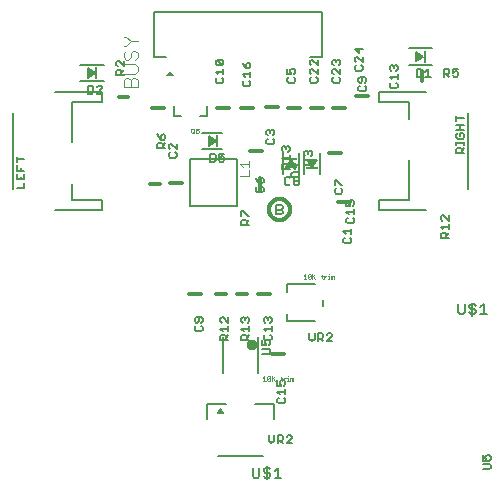
<source format=gbr>
G04 EAGLE Gerber RS-274X export*
G75*
%MOMM*%
%FSLAX34Y34*%
%LPD*%
%INSilkscreen Top*%
%IPPOS*%
%AMOC8*
5,1,8,0,0,1.08239X$1,22.5*%
G01*
%ADD10C,0.304800*%
%ADD11C,0.203200*%
%ADD12C,0.609600*%
%ADD13C,0.152400*%
%ADD14C,0.050800*%
%ADD15C,0.177800*%
%ADD16R,1.000000X0.200000*%
%ADD17R,0.200000X1.000000*%
%ADD18C,0.127000*%
%ADD19C,0.101600*%
%ADD20C,0.025400*%

G36*
X150445Y77003D02*
X150445Y77003D01*
X150516Y77001D01*
X150586Y77020D01*
X150657Y77028D01*
X150712Y77053D01*
X150791Y77073D01*
X150894Y77134D01*
X150963Y77165D01*
X153963Y79165D01*
X154050Y79242D01*
X154140Y79315D01*
X154155Y79337D01*
X154175Y79355D01*
X154237Y79452D01*
X154304Y79547D01*
X154312Y79573D01*
X154327Y79595D01*
X154359Y79706D01*
X154397Y79816D01*
X154398Y79843D01*
X154405Y79868D01*
X154405Y79984D01*
X154411Y80100D01*
X154405Y80126D01*
X154405Y80153D01*
X154373Y80264D01*
X154347Y80377D01*
X154334Y80400D01*
X154326Y80426D01*
X154264Y80524D01*
X154208Y80625D01*
X154190Y80641D01*
X154175Y80666D01*
X153967Y80851D01*
X153963Y80855D01*
X150963Y82855D01*
X150899Y82886D01*
X150839Y82926D01*
X150771Y82947D01*
X150707Y82978D01*
X150636Y82990D01*
X150568Y83011D01*
X150497Y83013D01*
X150427Y83025D01*
X150355Y83017D01*
X150284Y83019D01*
X150215Y83001D01*
X150144Y82992D01*
X150078Y82965D01*
X150009Y82947D01*
X149948Y82910D01*
X149882Y82883D01*
X149826Y82838D01*
X149764Y82802D01*
X149715Y82750D01*
X149660Y82705D01*
X149619Y82647D01*
X149570Y82594D01*
X149537Y82531D01*
X149496Y82473D01*
X149473Y82405D01*
X149440Y82341D01*
X149430Y82282D01*
X149403Y82204D01*
X149397Y82085D01*
X149385Y82010D01*
X149385Y78010D01*
X149395Y77939D01*
X149395Y77867D01*
X149415Y77799D01*
X149425Y77729D01*
X149454Y77663D01*
X149474Y77594D01*
X149512Y77534D01*
X149541Y77469D01*
X149587Y77414D01*
X149625Y77354D01*
X149679Y77306D01*
X149725Y77252D01*
X149784Y77212D01*
X149838Y77165D01*
X149902Y77134D01*
X149961Y77095D01*
X150030Y77073D01*
X150094Y77042D01*
X150164Y77030D01*
X150232Y77009D01*
X150304Y77007D01*
X150375Y76995D01*
X150445Y77003D01*
G37*
G36*
X-127685Y63033D02*
X-127685Y63033D01*
X-127614Y63031D01*
X-127544Y63050D01*
X-127473Y63058D01*
X-127418Y63083D01*
X-127339Y63103D01*
X-127236Y63164D01*
X-127167Y63195D01*
X-124167Y65195D01*
X-124080Y65272D01*
X-123990Y65345D01*
X-123975Y65367D01*
X-123955Y65385D01*
X-123893Y65482D01*
X-123826Y65577D01*
X-123818Y65603D01*
X-123803Y65625D01*
X-123771Y65736D01*
X-123733Y65846D01*
X-123732Y65873D01*
X-123725Y65898D01*
X-123725Y66014D01*
X-123719Y66130D01*
X-123725Y66156D01*
X-123725Y66183D01*
X-123757Y66294D01*
X-123783Y66407D01*
X-123796Y66430D01*
X-123804Y66456D01*
X-123866Y66554D01*
X-123922Y66655D01*
X-123940Y66671D01*
X-123955Y66696D01*
X-124163Y66881D01*
X-124167Y66885D01*
X-127167Y68885D01*
X-127231Y68916D01*
X-127291Y68956D01*
X-127359Y68977D01*
X-127423Y69008D01*
X-127494Y69020D01*
X-127562Y69041D01*
X-127633Y69043D01*
X-127704Y69055D01*
X-127775Y69047D01*
X-127846Y69049D01*
X-127915Y69031D01*
X-127986Y69022D01*
X-128052Y68995D01*
X-128121Y68977D01*
X-128182Y68940D01*
X-128248Y68913D01*
X-128304Y68868D01*
X-128366Y68832D01*
X-128415Y68780D01*
X-128470Y68735D01*
X-128511Y68677D01*
X-128560Y68624D01*
X-128593Y68561D01*
X-128634Y68503D01*
X-128657Y68435D01*
X-128690Y68371D01*
X-128700Y68312D01*
X-128727Y68234D01*
X-128733Y68115D01*
X-128745Y68040D01*
X-128745Y64040D01*
X-128735Y63969D01*
X-128735Y63897D01*
X-128715Y63829D01*
X-128705Y63759D01*
X-128676Y63693D01*
X-128656Y63624D01*
X-128618Y63564D01*
X-128589Y63499D01*
X-128543Y63444D01*
X-128505Y63384D01*
X-128452Y63336D01*
X-128406Y63282D01*
X-128346Y63242D01*
X-128292Y63195D01*
X-128228Y63164D01*
X-128169Y63125D01*
X-128101Y63103D01*
X-128036Y63072D01*
X-127966Y63060D01*
X-127898Y63039D01*
X-127826Y63037D01*
X-127756Y63025D01*
X-127685Y63033D01*
G37*
G36*
X-25958Y5629D02*
X-25958Y5629D01*
X-25887Y5627D01*
X-25817Y5646D01*
X-25746Y5654D01*
X-25691Y5679D01*
X-25612Y5699D01*
X-25509Y5760D01*
X-25440Y5791D01*
X-22440Y7791D01*
X-22353Y7868D01*
X-22263Y7941D01*
X-22248Y7963D01*
X-22228Y7981D01*
X-22166Y8078D01*
X-22099Y8173D01*
X-22091Y8199D01*
X-22076Y8221D01*
X-22044Y8332D01*
X-22006Y8442D01*
X-22005Y8469D01*
X-21998Y8494D01*
X-21998Y8610D01*
X-21992Y8726D01*
X-21998Y8752D01*
X-21998Y8779D01*
X-22030Y8890D01*
X-22056Y9003D01*
X-22069Y9026D01*
X-22077Y9052D01*
X-22139Y9150D01*
X-22195Y9251D01*
X-22213Y9267D01*
X-22228Y9292D01*
X-22436Y9477D01*
X-22440Y9481D01*
X-25440Y11481D01*
X-25504Y11512D01*
X-25564Y11552D01*
X-25632Y11573D01*
X-25696Y11604D01*
X-25767Y11616D01*
X-25835Y11637D01*
X-25906Y11639D01*
X-25977Y11651D01*
X-26048Y11643D01*
X-26119Y11645D01*
X-26188Y11627D01*
X-26259Y11618D01*
X-26325Y11591D01*
X-26394Y11573D01*
X-26455Y11536D01*
X-26521Y11509D01*
X-26577Y11464D01*
X-26639Y11428D01*
X-26688Y11376D01*
X-26743Y11331D01*
X-26784Y11273D01*
X-26833Y11220D01*
X-26866Y11157D01*
X-26907Y11099D01*
X-26930Y11031D01*
X-26963Y10967D01*
X-26973Y10908D01*
X-27000Y10830D01*
X-27006Y10711D01*
X-27018Y10636D01*
X-27018Y6636D01*
X-27008Y6565D01*
X-27008Y6493D01*
X-26988Y6425D01*
X-26978Y6355D01*
X-26949Y6289D01*
X-26929Y6220D01*
X-26891Y6160D01*
X-26862Y6095D01*
X-26816Y6040D01*
X-26778Y5980D01*
X-26725Y5932D01*
X-26679Y5878D01*
X-26619Y5838D01*
X-26565Y5791D01*
X-26501Y5760D01*
X-26442Y5721D01*
X-26374Y5699D01*
X-26309Y5668D01*
X-26239Y5656D01*
X-26171Y5635D01*
X-26099Y5633D01*
X-26029Y5621D01*
X-25958Y5629D01*
G37*
G36*
X60822Y-12419D02*
X60822Y-12419D01*
X60849Y-12419D01*
X60960Y-12387D01*
X61073Y-12361D01*
X61096Y-12348D01*
X61122Y-12340D01*
X61220Y-12278D01*
X61321Y-12222D01*
X61337Y-12204D01*
X61362Y-12189D01*
X61547Y-11981D01*
X61551Y-11977D01*
X63551Y-8977D01*
X63582Y-8913D01*
X63622Y-8853D01*
X63643Y-8785D01*
X63674Y-8721D01*
X63686Y-8650D01*
X63707Y-8582D01*
X63709Y-8511D01*
X63721Y-8441D01*
X63713Y-8369D01*
X63715Y-8298D01*
X63697Y-8229D01*
X63688Y-8158D01*
X63661Y-8092D01*
X63643Y-8023D01*
X63606Y-7962D01*
X63579Y-7896D01*
X63534Y-7840D01*
X63498Y-7778D01*
X63446Y-7729D01*
X63401Y-7674D01*
X63343Y-7633D01*
X63290Y-7584D01*
X63227Y-7551D01*
X63169Y-7510D01*
X63101Y-7487D01*
X63037Y-7454D01*
X62978Y-7444D01*
X62900Y-7417D01*
X62781Y-7411D01*
X62706Y-7399D01*
X58706Y-7399D01*
X58635Y-7409D01*
X58563Y-7409D01*
X58495Y-7429D01*
X58425Y-7439D01*
X58359Y-7468D01*
X58290Y-7488D01*
X58230Y-7526D01*
X58165Y-7555D01*
X58110Y-7601D01*
X58050Y-7639D01*
X58002Y-7693D01*
X57948Y-7739D01*
X57908Y-7798D01*
X57861Y-7852D01*
X57830Y-7916D01*
X57791Y-7975D01*
X57769Y-8044D01*
X57738Y-8108D01*
X57726Y-8178D01*
X57705Y-8246D01*
X57703Y-8318D01*
X57691Y-8389D01*
X57699Y-8459D01*
X57697Y-8530D01*
X57716Y-8600D01*
X57724Y-8671D01*
X57749Y-8726D01*
X57769Y-8805D01*
X57830Y-8908D01*
X57861Y-8977D01*
X59861Y-11977D01*
X59938Y-12064D01*
X60011Y-12154D01*
X60033Y-12169D01*
X60051Y-12189D01*
X60148Y-12251D01*
X60243Y-12318D01*
X60269Y-12326D01*
X60291Y-12341D01*
X60402Y-12373D01*
X60512Y-12411D01*
X60539Y-12412D01*
X60564Y-12419D01*
X60680Y-12419D01*
X60796Y-12425D01*
X60822Y-12419D01*
G37*
G36*
X44997Y-13419D02*
X44997Y-13419D01*
X45069Y-13419D01*
X45137Y-13399D01*
X45208Y-13389D01*
X45273Y-13360D01*
X45342Y-13340D01*
X45402Y-13302D01*
X45467Y-13273D01*
X45522Y-13227D01*
X45582Y-13189D01*
X45630Y-13136D01*
X45684Y-13090D01*
X45724Y-13030D01*
X45771Y-12976D01*
X45802Y-12912D01*
X45842Y-12853D01*
X45863Y-12785D01*
X45894Y-12720D01*
X45906Y-12650D01*
X45927Y-12582D01*
X45929Y-12510D01*
X45941Y-12440D01*
X45933Y-12369D01*
X45935Y-12298D01*
X45916Y-12228D01*
X45908Y-12157D01*
X45883Y-12102D01*
X45863Y-12023D01*
X45802Y-11920D01*
X45771Y-11851D01*
X43771Y-8851D01*
X43694Y-8764D01*
X43621Y-8674D01*
X43599Y-8659D01*
X43581Y-8639D01*
X43484Y-8577D01*
X43389Y-8510D01*
X43363Y-8502D01*
X43341Y-8487D01*
X43230Y-8455D01*
X43120Y-8417D01*
X43093Y-8416D01*
X43068Y-8409D01*
X42952Y-8409D01*
X42836Y-8403D01*
X42810Y-8409D01*
X42783Y-8409D01*
X42672Y-8441D01*
X42559Y-8467D01*
X42536Y-8480D01*
X42510Y-8488D01*
X42412Y-8550D01*
X42311Y-8606D01*
X42295Y-8624D01*
X42270Y-8639D01*
X42085Y-8847D01*
X42081Y-8851D01*
X40081Y-11851D01*
X40050Y-11915D01*
X40011Y-11975D01*
X39989Y-12043D01*
X39958Y-12107D01*
X39946Y-12178D01*
X39925Y-12246D01*
X39923Y-12317D01*
X39911Y-12388D01*
X39919Y-12459D01*
X39917Y-12530D01*
X39935Y-12599D01*
X39944Y-12670D01*
X39971Y-12736D01*
X39989Y-12805D01*
X40026Y-12866D01*
X40053Y-12932D01*
X40098Y-12988D01*
X40135Y-13050D01*
X40186Y-13099D01*
X40231Y-13154D01*
X40290Y-13195D01*
X40342Y-13244D01*
X40405Y-13277D01*
X40463Y-13318D01*
X40531Y-13341D01*
X40595Y-13374D01*
X40654Y-13384D01*
X40732Y-13411D01*
X40851Y-13417D01*
X40926Y-13429D01*
X44926Y-13429D01*
X44997Y-13419D01*
G37*
G36*
X-14484Y-222580D02*
X-14484Y-222580D01*
X-14457Y-222582D01*
X-14374Y-222560D01*
X-14289Y-222545D01*
X-14266Y-222531D01*
X-14240Y-222524D01*
X-14170Y-222474D01*
X-14096Y-222430D01*
X-14079Y-222410D01*
X-14057Y-222394D01*
X-14009Y-222323D01*
X-13955Y-222256D01*
X-13946Y-222231D01*
X-13931Y-222209D01*
X-13910Y-222125D01*
X-13883Y-222044D01*
X-13884Y-222017D01*
X-13877Y-221991D01*
X-13887Y-221905D01*
X-13889Y-221819D01*
X-13899Y-221795D01*
X-13902Y-221768D01*
X-13959Y-221648D01*
X-13974Y-221612D01*
X-13979Y-221606D01*
X-13982Y-221598D01*
X-16522Y-217788D01*
X-16576Y-217732D01*
X-16624Y-217670D01*
X-16649Y-217654D01*
X-16662Y-217640D01*
X-16667Y-217638D01*
X-16678Y-217626D01*
X-16748Y-217593D01*
X-16814Y-217551D01*
X-16849Y-217544D01*
X-16880Y-217529D01*
X-16957Y-217522D01*
X-17034Y-217506D01*
X-17069Y-217511D01*
X-17103Y-217508D01*
X-17179Y-217528D01*
X-17256Y-217540D01*
X-17273Y-217550D01*
X-17274Y-217550D01*
X-17279Y-217553D01*
X-17286Y-217557D01*
X-17320Y-217566D01*
X-17384Y-217611D01*
X-17452Y-217649D01*
X-17463Y-217662D01*
X-17467Y-217664D01*
X-17479Y-217679D01*
X-17503Y-217696D01*
X-17529Y-217735D01*
X-17578Y-217788D01*
X-20118Y-221598D01*
X-20128Y-221623D01*
X-20145Y-221644D01*
X-20173Y-221725D01*
X-20207Y-221804D01*
X-20209Y-221831D01*
X-20217Y-221856D01*
X-20215Y-221942D01*
X-20219Y-222028D01*
X-20211Y-222054D01*
X-20211Y-222081D01*
X-20178Y-222160D01*
X-20153Y-222242D01*
X-20136Y-222264D01*
X-20126Y-222288D01*
X-20068Y-222352D01*
X-20016Y-222420D01*
X-19993Y-222434D01*
X-19975Y-222454D01*
X-19898Y-222493D01*
X-19826Y-222539D01*
X-19799Y-222544D01*
X-19775Y-222557D01*
X-19645Y-222576D01*
X-19606Y-222584D01*
X-19599Y-222583D01*
X-19590Y-222584D01*
X-14510Y-222584D01*
X-14484Y-222580D01*
G37*
G36*
X-56988Y63239D02*
X-56988Y63239D01*
X-56915Y63243D01*
X-56878Y63258D01*
X-56839Y63265D01*
X-56776Y63303D01*
X-56709Y63332D01*
X-56680Y63359D01*
X-56646Y63380D01*
X-56600Y63436D01*
X-56547Y63487D01*
X-56530Y63523D01*
X-56505Y63554D01*
X-56481Y63623D01*
X-56449Y63689D01*
X-56445Y63729D01*
X-56433Y63766D01*
X-56435Y63839D01*
X-56428Y63912D01*
X-56438Y63951D01*
X-56439Y63991D01*
X-56467Y64058D01*
X-56486Y64129D01*
X-56511Y64167D01*
X-56524Y64198D01*
X-56553Y64231D01*
X-56589Y64285D01*
X-59129Y67095D01*
X-59207Y67155D01*
X-59281Y67218D01*
X-59295Y67223D01*
X-59307Y67233D01*
X-59400Y67262D01*
X-59491Y67295D01*
X-59507Y67295D01*
X-59521Y67299D01*
X-59619Y67294D01*
X-59716Y67294D01*
X-59730Y67288D01*
X-59745Y67287D01*
X-59835Y67249D01*
X-59926Y67214D01*
X-59939Y67204D01*
X-59951Y67198D01*
X-59986Y67165D01*
X-60071Y67095D01*
X-62611Y64285D01*
X-62649Y64223D01*
X-62695Y64166D01*
X-62708Y64129D01*
X-62729Y64095D01*
X-62744Y64023D01*
X-62767Y63954D01*
X-62766Y63914D01*
X-62774Y63875D01*
X-62763Y63803D01*
X-62761Y63729D01*
X-62746Y63693D01*
X-62740Y63653D01*
X-62704Y63589D01*
X-62676Y63522D01*
X-62650Y63492D01*
X-62630Y63458D01*
X-62574Y63410D01*
X-62525Y63356D01*
X-62490Y63338D01*
X-62459Y63312D01*
X-62391Y63287D01*
X-62325Y63253D01*
X-62280Y63247D01*
X-62249Y63235D01*
X-62204Y63235D01*
X-62140Y63226D01*
X-57060Y63226D01*
X-56988Y63239D01*
G37*
D10*
X24040Y-49530D02*
X24043Y-49310D01*
X24051Y-49089D01*
X24064Y-48869D01*
X24083Y-48650D01*
X24108Y-48431D01*
X24137Y-48212D01*
X24172Y-47995D01*
X24213Y-47778D01*
X24258Y-47562D01*
X24309Y-47348D01*
X24365Y-47135D01*
X24427Y-46923D01*
X24493Y-46713D01*
X24565Y-46505D01*
X24642Y-46298D01*
X24724Y-46094D01*
X24810Y-45891D01*
X24902Y-45691D01*
X24999Y-45492D01*
X25100Y-45297D01*
X25207Y-45104D01*
X25318Y-44913D01*
X25433Y-44726D01*
X25553Y-44541D01*
X25678Y-44359D01*
X25807Y-44181D01*
X25941Y-44005D01*
X26078Y-43833D01*
X26220Y-43665D01*
X26366Y-43499D01*
X26516Y-43338D01*
X26670Y-43180D01*
X26828Y-43026D01*
X26989Y-42876D01*
X27155Y-42730D01*
X27323Y-42588D01*
X27495Y-42451D01*
X27671Y-42317D01*
X27849Y-42188D01*
X28031Y-42063D01*
X28216Y-41943D01*
X28403Y-41828D01*
X28594Y-41717D01*
X28787Y-41610D01*
X28982Y-41509D01*
X29181Y-41412D01*
X29381Y-41320D01*
X29584Y-41234D01*
X29788Y-41152D01*
X29995Y-41075D01*
X30203Y-41003D01*
X30413Y-40937D01*
X30625Y-40875D01*
X30838Y-40819D01*
X31052Y-40768D01*
X31268Y-40723D01*
X31485Y-40682D01*
X31702Y-40647D01*
X31921Y-40618D01*
X32140Y-40593D01*
X32359Y-40574D01*
X32579Y-40561D01*
X32800Y-40553D01*
X33020Y-40550D01*
X33240Y-40553D01*
X33461Y-40561D01*
X33681Y-40574D01*
X33900Y-40593D01*
X34119Y-40618D01*
X34338Y-40647D01*
X34555Y-40682D01*
X34772Y-40723D01*
X34988Y-40768D01*
X35202Y-40819D01*
X35415Y-40875D01*
X35627Y-40937D01*
X35837Y-41003D01*
X36045Y-41075D01*
X36252Y-41152D01*
X36456Y-41234D01*
X36659Y-41320D01*
X36859Y-41412D01*
X37058Y-41509D01*
X37253Y-41610D01*
X37446Y-41717D01*
X37637Y-41828D01*
X37824Y-41943D01*
X38009Y-42063D01*
X38191Y-42188D01*
X38369Y-42317D01*
X38545Y-42451D01*
X38717Y-42588D01*
X38885Y-42730D01*
X39051Y-42876D01*
X39212Y-43026D01*
X39370Y-43180D01*
X39524Y-43338D01*
X39674Y-43499D01*
X39820Y-43665D01*
X39962Y-43833D01*
X40099Y-44005D01*
X40233Y-44181D01*
X40362Y-44359D01*
X40487Y-44541D01*
X40607Y-44726D01*
X40722Y-44913D01*
X40833Y-45104D01*
X40940Y-45297D01*
X41041Y-45492D01*
X41138Y-45691D01*
X41230Y-45891D01*
X41316Y-46094D01*
X41398Y-46298D01*
X41475Y-46505D01*
X41547Y-46713D01*
X41613Y-46923D01*
X41675Y-47135D01*
X41731Y-47348D01*
X41782Y-47562D01*
X41827Y-47778D01*
X41868Y-47995D01*
X41903Y-48212D01*
X41932Y-48431D01*
X41957Y-48650D01*
X41976Y-48869D01*
X41989Y-49089D01*
X41997Y-49310D01*
X42000Y-49530D01*
X41997Y-49750D01*
X41989Y-49971D01*
X41976Y-50191D01*
X41957Y-50410D01*
X41932Y-50629D01*
X41903Y-50848D01*
X41868Y-51065D01*
X41827Y-51282D01*
X41782Y-51498D01*
X41731Y-51712D01*
X41675Y-51925D01*
X41613Y-52137D01*
X41547Y-52347D01*
X41475Y-52555D01*
X41398Y-52762D01*
X41316Y-52966D01*
X41230Y-53169D01*
X41138Y-53369D01*
X41041Y-53568D01*
X40940Y-53763D01*
X40833Y-53956D01*
X40722Y-54147D01*
X40607Y-54334D01*
X40487Y-54519D01*
X40362Y-54701D01*
X40233Y-54879D01*
X40099Y-55055D01*
X39962Y-55227D01*
X39820Y-55395D01*
X39674Y-55561D01*
X39524Y-55722D01*
X39370Y-55880D01*
X39212Y-56034D01*
X39051Y-56184D01*
X38885Y-56330D01*
X38717Y-56472D01*
X38545Y-56609D01*
X38369Y-56743D01*
X38191Y-56872D01*
X38009Y-56997D01*
X37824Y-57117D01*
X37637Y-57232D01*
X37446Y-57343D01*
X37253Y-57450D01*
X37058Y-57551D01*
X36859Y-57648D01*
X36659Y-57740D01*
X36456Y-57826D01*
X36252Y-57908D01*
X36045Y-57985D01*
X35837Y-58057D01*
X35627Y-58123D01*
X35415Y-58185D01*
X35202Y-58241D01*
X34988Y-58292D01*
X34772Y-58337D01*
X34555Y-58378D01*
X34338Y-58413D01*
X34119Y-58442D01*
X33900Y-58467D01*
X33681Y-58486D01*
X33461Y-58499D01*
X33240Y-58507D01*
X33020Y-58510D01*
X32800Y-58507D01*
X32579Y-58499D01*
X32359Y-58486D01*
X32140Y-58467D01*
X31921Y-58442D01*
X31702Y-58413D01*
X31485Y-58378D01*
X31268Y-58337D01*
X31052Y-58292D01*
X30838Y-58241D01*
X30625Y-58185D01*
X30413Y-58123D01*
X30203Y-58057D01*
X29995Y-57985D01*
X29788Y-57908D01*
X29584Y-57826D01*
X29381Y-57740D01*
X29181Y-57648D01*
X28982Y-57551D01*
X28787Y-57450D01*
X28594Y-57343D01*
X28403Y-57232D01*
X28216Y-57117D01*
X28031Y-56997D01*
X27849Y-56872D01*
X27671Y-56743D01*
X27495Y-56609D01*
X27323Y-56472D01*
X27155Y-56330D01*
X26989Y-56184D01*
X26828Y-56034D01*
X26670Y-55880D01*
X26516Y-55722D01*
X26366Y-55561D01*
X26220Y-55395D01*
X26078Y-55227D01*
X25941Y-55055D01*
X25807Y-54879D01*
X25678Y-54701D01*
X25553Y-54519D01*
X25433Y-54334D01*
X25318Y-54147D01*
X25207Y-53956D01*
X25100Y-53763D01*
X24999Y-53568D01*
X24902Y-53369D01*
X24810Y-53169D01*
X24724Y-52966D01*
X24642Y-52762D01*
X24565Y-52555D01*
X24493Y-52347D01*
X24427Y-52137D01*
X24365Y-51925D01*
X24309Y-51712D01*
X24258Y-51498D01*
X24213Y-51282D01*
X24172Y-51065D01*
X24137Y-50848D01*
X24108Y-50629D01*
X24083Y-50410D01*
X24064Y-50191D01*
X24051Y-49971D01*
X24043Y-49750D01*
X24040Y-49530D01*
D11*
X30480Y-53594D02*
X30480Y-45459D01*
X34547Y-45459D01*
X35903Y-46815D01*
X35903Y-48171D01*
X34547Y-49527D01*
X35903Y-50882D01*
X35903Y-52238D01*
X34547Y-53594D01*
X30480Y-53594D01*
X30480Y-49527D02*
X34547Y-49527D01*
X15000Y-157720D02*
X15000Y-187720D01*
X-15000Y-187720D02*
X-15000Y-157720D01*
D12*
X7800Y-163720D02*
X7802Y-163643D01*
X7808Y-163566D01*
X7818Y-163489D01*
X7832Y-163413D01*
X7849Y-163338D01*
X7871Y-163264D01*
X7896Y-163191D01*
X7926Y-163119D01*
X7958Y-163049D01*
X7995Y-162981D01*
X8034Y-162915D01*
X8077Y-162851D01*
X8124Y-162789D01*
X8173Y-162730D01*
X8226Y-162673D01*
X8281Y-162619D01*
X8339Y-162568D01*
X8400Y-162520D01*
X8463Y-162475D01*
X8528Y-162434D01*
X8595Y-162396D01*
X8664Y-162361D01*
X8735Y-162331D01*
X8807Y-162303D01*
X8881Y-162280D01*
X8955Y-162260D01*
X9031Y-162244D01*
X9107Y-162232D01*
X9184Y-162224D01*
X9261Y-162220D01*
X9339Y-162220D01*
X9416Y-162224D01*
X9493Y-162232D01*
X9569Y-162244D01*
X9645Y-162260D01*
X9719Y-162280D01*
X9793Y-162303D01*
X9865Y-162331D01*
X9936Y-162361D01*
X10005Y-162396D01*
X10072Y-162434D01*
X10137Y-162475D01*
X10200Y-162520D01*
X10261Y-162568D01*
X10319Y-162619D01*
X10374Y-162673D01*
X10427Y-162730D01*
X10476Y-162789D01*
X10523Y-162851D01*
X10566Y-162915D01*
X10605Y-162981D01*
X10642Y-163049D01*
X10674Y-163119D01*
X10704Y-163191D01*
X10729Y-163264D01*
X10751Y-163338D01*
X10768Y-163413D01*
X10782Y-163489D01*
X10792Y-163566D01*
X10798Y-163643D01*
X10800Y-163720D01*
X10798Y-163797D01*
X10792Y-163874D01*
X10782Y-163951D01*
X10768Y-164027D01*
X10751Y-164102D01*
X10729Y-164176D01*
X10704Y-164249D01*
X10674Y-164321D01*
X10642Y-164391D01*
X10605Y-164459D01*
X10566Y-164525D01*
X10523Y-164589D01*
X10476Y-164651D01*
X10427Y-164710D01*
X10374Y-164767D01*
X10319Y-164821D01*
X10261Y-164872D01*
X10200Y-164920D01*
X10137Y-164965D01*
X10072Y-165006D01*
X10005Y-165044D01*
X9936Y-165079D01*
X9865Y-165109D01*
X9793Y-165137D01*
X9719Y-165160D01*
X9645Y-165180D01*
X9569Y-165196D01*
X9493Y-165208D01*
X9416Y-165216D01*
X9339Y-165220D01*
X9261Y-165220D01*
X9184Y-165216D01*
X9107Y-165208D01*
X9031Y-165196D01*
X8955Y-165180D01*
X8881Y-165160D01*
X8807Y-165137D01*
X8735Y-165109D01*
X8664Y-165079D01*
X8595Y-165044D01*
X8528Y-165006D01*
X8463Y-164965D01*
X8400Y-164920D01*
X8339Y-164872D01*
X8281Y-164821D01*
X8226Y-164767D01*
X8173Y-164710D01*
X8124Y-164651D01*
X8077Y-164589D01*
X8034Y-164525D01*
X7995Y-164459D01*
X7958Y-164391D01*
X7926Y-164321D01*
X7896Y-164249D01*
X7871Y-164176D01*
X7849Y-164102D01*
X7832Y-164027D01*
X7818Y-163951D01*
X7808Y-163874D01*
X7802Y-163797D01*
X7800Y-163720D01*
D13*
X205226Y-269476D02*
X210734Y-269476D01*
X211836Y-268375D01*
X211836Y-266172D01*
X210734Y-265070D01*
X205226Y-265070D01*
X205226Y-261992D02*
X205226Y-257586D01*
X205226Y-261992D02*
X208531Y-261992D01*
X207430Y-259789D01*
X207430Y-258687D01*
X208531Y-257586D01*
X210734Y-257586D01*
X211836Y-258687D01*
X211836Y-260891D01*
X210734Y-261992D01*
X24044Y-171686D02*
X18536Y-171686D01*
X24044Y-171686D02*
X25146Y-170585D01*
X25146Y-168382D01*
X24044Y-167280D01*
X18536Y-167280D01*
X18536Y-164202D02*
X18536Y-159796D01*
X18536Y-164202D02*
X21841Y-164202D01*
X20740Y-161999D01*
X20740Y-160897D01*
X21841Y-159796D01*
X24044Y-159796D01*
X25146Y-160897D01*
X25146Y-163101D01*
X24044Y-164202D01*
D10*
X-12510Y-120650D02*
X-20510Y-120650D01*
D13*
X169666Y-73760D02*
X176276Y-73760D01*
X169666Y-73760D02*
X169666Y-70456D01*
X170768Y-69354D01*
X172971Y-69354D01*
X174073Y-70456D01*
X174073Y-73760D01*
X174073Y-71557D02*
X176276Y-69354D01*
X171870Y-66276D02*
X169666Y-64073D01*
X176276Y-64073D01*
X176276Y-66276D02*
X176276Y-61870D01*
X176276Y-58792D02*
X176276Y-54386D01*
X176276Y-58792D02*
X171870Y-54386D01*
X170768Y-54386D01*
X169666Y-55487D01*
X169666Y-57691D01*
X170768Y-58792D01*
X-10414Y-160120D02*
X-17024Y-160120D01*
X-17024Y-156816D01*
X-15922Y-155714D01*
X-13719Y-155714D01*
X-12617Y-156816D01*
X-12617Y-160120D01*
X-12617Y-157917D02*
X-10414Y-155714D01*
X-14820Y-152636D02*
X-17024Y-150433D01*
X-10414Y-150433D01*
X-10414Y-152636D02*
X-10414Y-148230D01*
X-10414Y-145152D02*
X-10414Y-140746D01*
X-10414Y-145152D02*
X-14820Y-140746D01*
X-15922Y-140746D01*
X-17024Y-141847D01*
X-17024Y-144051D01*
X-15922Y-145152D01*
D10*
X15240Y-120650D02*
X25400Y-120650D01*
D13*
X126486Y56544D02*
X127588Y57646D01*
X126486Y56544D02*
X126486Y54341D01*
X127588Y53240D01*
X131994Y53240D01*
X133096Y54341D01*
X133096Y56544D01*
X131994Y57646D01*
X128690Y60724D02*
X126486Y62927D01*
X133096Y62927D01*
X133096Y60724D02*
X133096Y65130D01*
X127588Y68208D02*
X126486Y69309D01*
X126486Y71513D01*
X127588Y72614D01*
X128690Y72614D01*
X129791Y71513D01*
X129791Y70411D01*
X129791Y71513D02*
X130893Y72614D01*
X131994Y72614D01*
X133096Y71513D01*
X133096Y69309D01*
X131994Y68208D01*
X20908Y-155714D02*
X19806Y-156816D01*
X19806Y-159019D01*
X20908Y-160120D01*
X25314Y-160120D01*
X26416Y-159019D01*
X26416Y-156816D01*
X25314Y-155714D01*
X22010Y-152636D02*
X19806Y-150433D01*
X26416Y-150433D01*
X26416Y-152636D02*
X26416Y-148230D01*
X20908Y-145152D02*
X19806Y-144051D01*
X19806Y-141847D01*
X20908Y-140746D01*
X22010Y-140746D01*
X23111Y-141847D01*
X23111Y-142949D01*
X23111Y-141847D02*
X24213Y-140746D01*
X25314Y-140746D01*
X26416Y-141847D01*
X26416Y-144051D01*
X25314Y-145152D01*
D10*
X-33020Y-120650D02*
X-43180Y-120650D01*
D13*
X99816Y53869D02*
X100918Y54970D01*
X99816Y53869D02*
X99816Y51665D01*
X100918Y50564D01*
X105324Y50564D01*
X106426Y51665D01*
X106426Y53869D01*
X105324Y54970D01*
X105324Y58048D02*
X106426Y59149D01*
X106426Y61353D01*
X105324Y62454D01*
X100918Y62454D01*
X99816Y61353D01*
X99816Y59149D01*
X100918Y58048D01*
X102020Y58048D01*
X103121Y59149D01*
X103121Y62454D01*
X-37512Y-148230D02*
X-38614Y-149332D01*
X-38614Y-151535D01*
X-37512Y-152636D01*
X-33106Y-152636D01*
X-32004Y-151535D01*
X-32004Y-149332D01*
X-33106Y-148230D01*
X-33106Y-145152D02*
X-32004Y-144051D01*
X-32004Y-141847D01*
X-33106Y-140746D01*
X-37512Y-140746D01*
X-38614Y-141847D01*
X-38614Y-144051D01*
X-37512Y-145152D01*
X-36410Y-145152D01*
X-35309Y-144051D01*
X-35309Y-140746D01*
D10*
X26670Y-171450D02*
X36830Y-171450D01*
D13*
X89656Y-57756D02*
X90758Y-56654D01*
X89656Y-57756D02*
X89656Y-59959D01*
X90758Y-61060D01*
X95164Y-61060D01*
X96266Y-59959D01*
X96266Y-57756D01*
X95164Y-56654D01*
X91860Y-53576D02*
X89656Y-51373D01*
X96266Y-51373D01*
X96266Y-53576D02*
X96266Y-49170D01*
X89656Y-46092D02*
X89656Y-41686D01*
X89656Y-46092D02*
X92961Y-46092D01*
X91860Y-43889D01*
X91860Y-42787D01*
X92961Y-41686D01*
X95164Y-41686D01*
X96266Y-42787D01*
X96266Y-44991D01*
X95164Y-46092D01*
X32338Y-209054D02*
X31236Y-210156D01*
X31236Y-212359D01*
X32338Y-213460D01*
X36744Y-213460D01*
X37846Y-212359D01*
X37846Y-210156D01*
X36744Y-209054D01*
X33440Y-205976D02*
X31236Y-203773D01*
X37846Y-203773D01*
X37846Y-205976D02*
X37846Y-201570D01*
X31236Y-198492D02*
X31236Y-194086D01*
X31236Y-198492D02*
X34541Y-198492D01*
X33440Y-196289D01*
X33440Y-195187D01*
X34541Y-194086D01*
X36744Y-194086D01*
X37846Y-195187D01*
X37846Y-197391D01*
X36744Y-198492D01*
D11*
X39110Y-143770D02*
X63110Y-143770D01*
X39110Y-143770D02*
X39110Y-137770D01*
X39110Y-119270D02*
X39110Y-112770D01*
X63110Y-112770D01*
X70110Y-125770D02*
X70110Y-131270D01*
D13*
X58320Y-154426D02*
X58320Y-158833D01*
X60523Y-161036D01*
X62726Y-158833D01*
X62726Y-154426D01*
X65804Y-154426D02*
X65804Y-161036D01*
X65804Y-154426D02*
X69109Y-154426D01*
X70210Y-155528D01*
X70210Y-157731D01*
X69109Y-158833D01*
X65804Y-158833D01*
X68007Y-158833D02*
X70210Y-161036D01*
X73288Y-161036D02*
X77694Y-161036D01*
X73288Y-161036D02*
X77694Y-156630D01*
X77694Y-155528D01*
X76593Y-154426D01*
X74389Y-154426D01*
X73288Y-155528D01*
X24030Y-240786D02*
X24030Y-245193D01*
X26233Y-247396D01*
X28436Y-245193D01*
X28436Y-240786D01*
X31514Y-240786D02*
X31514Y-247396D01*
X31514Y-240786D02*
X34819Y-240786D01*
X35920Y-241888D01*
X35920Y-244091D01*
X34819Y-245193D01*
X31514Y-245193D01*
X33717Y-245193D02*
X35920Y-247396D01*
X38998Y-247396D02*
X43404Y-247396D01*
X38998Y-247396D02*
X43404Y-242990D01*
X43404Y-241888D01*
X42303Y-240786D01*
X40099Y-240786D01*
X38998Y-241888D01*
D14*
X53446Y-105577D02*
X54632Y-104391D01*
X54632Y-107950D01*
X53446Y-107950D02*
X55818Y-107950D01*
X57188Y-107357D02*
X57188Y-104984D01*
X57781Y-104391D01*
X58967Y-104391D01*
X59561Y-104984D01*
X59561Y-107357D01*
X58967Y-107950D01*
X57781Y-107950D01*
X57188Y-107357D01*
X59561Y-104984D01*
X60930Y-104391D02*
X60930Y-107950D01*
X60930Y-106764D02*
X63303Y-104391D01*
X61523Y-106171D02*
X63303Y-107950D01*
X69007Y-107357D02*
X69007Y-104984D01*
X69007Y-107357D02*
X69600Y-107950D01*
X69600Y-105577D02*
X68414Y-105577D01*
X70909Y-105577D02*
X70909Y-107950D01*
X70909Y-106764D02*
X72095Y-105577D01*
X72688Y-105577D01*
X74027Y-105577D02*
X74620Y-105577D01*
X74620Y-107950D01*
X74027Y-107950D02*
X75213Y-107950D01*
X74620Y-104391D02*
X74620Y-103798D01*
X76522Y-105577D02*
X76522Y-107950D01*
X76522Y-105577D02*
X77115Y-105577D01*
X77708Y-106171D01*
X77708Y-107950D01*
X77708Y-106171D02*
X78301Y-105577D01*
X78895Y-106171D01*
X78895Y-107950D01*
X20342Y-190751D02*
X19156Y-191937D01*
X20342Y-190751D02*
X20342Y-194310D01*
X19156Y-194310D02*
X21528Y-194310D01*
X22898Y-193717D02*
X22898Y-191344D01*
X23491Y-190751D01*
X24677Y-190751D01*
X25271Y-191344D01*
X25271Y-193717D01*
X24677Y-194310D01*
X23491Y-194310D01*
X22898Y-193717D01*
X25271Y-191344D01*
X26640Y-190751D02*
X26640Y-194310D01*
X26640Y-193124D02*
X29013Y-190751D01*
X27233Y-192531D02*
X29013Y-194310D01*
X34717Y-193717D02*
X34717Y-191344D01*
X34717Y-193717D02*
X35310Y-194310D01*
X35310Y-191937D02*
X34124Y-191937D01*
X36619Y-191937D02*
X36619Y-194310D01*
X36619Y-193124D02*
X37805Y-191937D01*
X38398Y-191937D01*
X39737Y-191937D02*
X40330Y-191937D01*
X40330Y-194310D01*
X39737Y-194310D02*
X40923Y-194310D01*
X40330Y-190751D02*
X40330Y-190158D01*
X42232Y-191937D02*
X42232Y-194310D01*
X42232Y-191937D02*
X42825Y-191937D01*
X43418Y-192531D01*
X43418Y-194310D01*
X43418Y-192531D02*
X44011Y-191937D01*
X44605Y-192531D01*
X44605Y-194310D01*
D10*
X5270Y-120650D02*
X-2730Y-120650D01*
D13*
X35046Y-15340D02*
X41656Y-15340D01*
X35046Y-15340D02*
X35046Y-12036D01*
X36148Y-10934D01*
X38351Y-10934D01*
X39453Y-12036D01*
X39453Y-15340D01*
X39453Y-13137D02*
X41656Y-10934D01*
X37250Y-7856D02*
X35046Y-5653D01*
X41656Y-5653D01*
X41656Y-7856D02*
X41656Y-3450D01*
X36148Y-372D02*
X35046Y729D01*
X35046Y2933D01*
X36148Y4034D01*
X37250Y4034D01*
X38351Y2933D01*
X38351Y1831D01*
X38351Y2933D02*
X39453Y4034D01*
X40554Y4034D01*
X41656Y2933D01*
X41656Y729D01*
X40554Y-372D01*
X7366Y-160120D02*
X756Y-160120D01*
X756Y-156816D01*
X1858Y-155714D01*
X4061Y-155714D01*
X5163Y-156816D01*
X5163Y-160120D01*
X5163Y-157917D02*
X7366Y-155714D01*
X2960Y-152636D02*
X756Y-150433D01*
X7366Y-150433D01*
X7366Y-152636D02*
X7366Y-148230D01*
X1858Y-145152D02*
X756Y-144051D01*
X756Y-141847D01*
X1858Y-140746D01*
X2960Y-140746D01*
X4061Y-141847D01*
X4061Y-142949D01*
X4061Y-141847D02*
X5163Y-140746D01*
X6264Y-140746D01*
X7366Y-141847D01*
X7366Y-144051D01*
X6264Y-145152D01*
D11*
X18750Y-257795D02*
X-18750Y-257795D01*
X28125Y-226545D02*
X28125Y-214044D01*
X12500Y-214044D01*
X-12500Y-214044D02*
X-28125Y-214044D01*
X-28125Y-226545D01*
D15*
X184313Y-136613D02*
X184313Y-129622D01*
X184313Y-136613D02*
X185712Y-138011D01*
X188508Y-138011D01*
X189906Y-136613D01*
X189906Y-129622D01*
X193669Y-136613D02*
X195067Y-138011D01*
X197863Y-138011D01*
X199261Y-136613D01*
X199261Y-135215D01*
X197863Y-133816D01*
X195067Y-133816D01*
X193669Y-132418D01*
X193669Y-131020D01*
X195067Y-129622D01*
X197863Y-129622D01*
X199261Y-131020D01*
X196465Y-128224D02*
X196465Y-139409D01*
X203024Y-132418D02*
X205820Y-129622D01*
X205820Y-138011D01*
X203024Y-138011D02*
X208617Y-138011D01*
X10323Y-268052D02*
X10323Y-275043D01*
X11722Y-276441D01*
X14518Y-276441D01*
X15916Y-275043D01*
X15916Y-268052D01*
X19679Y-275043D02*
X21077Y-276441D01*
X23873Y-276441D01*
X25271Y-275043D01*
X25271Y-273645D01*
X23873Y-272246D01*
X21077Y-272246D01*
X19679Y-270848D01*
X19679Y-269450D01*
X21077Y-268052D01*
X23873Y-268052D01*
X25271Y-269450D01*
X22475Y-266654D02*
X22475Y-277839D01*
X29034Y-270848D02*
X31830Y-268052D01*
X31830Y-276441D01*
X29034Y-276441D02*
X34627Y-276441D01*
D10*
X82550Y-43180D02*
X92710Y-43180D01*
D13*
X88218Y-73300D02*
X87116Y-74402D01*
X87116Y-76605D01*
X88218Y-77706D01*
X92624Y-77706D01*
X93726Y-76605D01*
X93726Y-74402D01*
X92624Y-73300D01*
X89320Y-70222D02*
X87116Y-68019D01*
X93726Y-68019D01*
X93726Y-70222D02*
X93726Y-65816D01*
D10*
X-49530Y-26670D02*
X-59690Y-26670D01*
D13*
X-60712Y-2283D02*
X-59610Y-1182D01*
X-60712Y-2283D02*
X-60712Y-4486D01*
X-59610Y-5588D01*
X-55204Y-5588D01*
X-54102Y-4486D01*
X-54102Y-2283D01*
X-55204Y-1182D01*
X-54102Y1896D02*
X-54102Y6303D01*
X-58508Y6303D02*
X-54102Y1896D01*
X-58508Y6303D02*
X-59610Y6303D01*
X-60712Y5201D01*
X-60712Y2998D01*
X-59610Y1896D01*
D10*
X21804Y36966D02*
X31964Y36966D01*
D13*
X23107Y10226D02*
X22005Y9125D01*
X22005Y6921D01*
X23107Y5820D01*
X27513Y5820D01*
X28615Y6921D01*
X28615Y9125D01*
X27513Y10226D01*
X23107Y13304D02*
X22005Y14405D01*
X22005Y16609D01*
X23107Y17710D01*
X24209Y17710D01*
X25310Y16609D01*
X25310Y15507D01*
X25310Y16609D02*
X26412Y17710D01*
X27513Y17710D01*
X28615Y16609D01*
X28615Y14405D01*
X27513Y13304D01*
D10*
X11028Y36694D02*
X868Y36694D01*
D13*
X1751Y58541D02*
X2853Y59642D01*
X1751Y58541D02*
X1751Y56338D01*
X2853Y55236D01*
X7259Y55236D01*
X8361Y56338D01*
X8361Y58541D01*
X7259Y59642D01*
X3955Y62720D02*
X1751Y64923D01*
X8361Y64923D01*
X8361Y62720D02*
X8361Y67127D01*
X2853Y72408D02*
X1751Y74611D01*
X2853Y72408D02*
X5056Y70204D01*
X7259Y70204D01*
X8361Y71306D01*
X8361Y73509D01*
X7259Y74611D01*
X6158Y74611D01*
X5056Y73509D01*
X5056Y70204D01*
D10*
X40640Y36830D02*
X50800Y36830D01*
D13*
X39618Y61217D02*
X40720Y62318D01*
X39618Y61217D02*
X39618Y59014D01*
X40720Y57912D01*
X45126Y57912D01*
X46228Y59014D01*
X46228Y61217D01*
X45126Y62318D01*
X39618Y65396D02*
X39618Y69803D01*
X39618Y65396D02*
X42923Y65396D01*
X41822Y67599D01*
X41822Y68701D01*
X42923Y69803D01*
X45126Y69803D01*
X46228Y68701D01*
X46228Y66498D01*
X45126Y65396D01*
D10*
X59690Y36830D02*
X69850Y36830D01*
D13*
X58668Y61217D02*
X59770Y62318D01*
X58668Y61217D02*
X58668Y59014D01*
X59770Y57912D01*
X64176Y57912D01*
X65278Y59014D01*
X65278Y61217D01*
X64176Y62318D01*
X65278Y65396D02*
X65278Y69803D01*
X60872Y69803D02*
X65278Y65396D01*
X60872Y69803D02*
X59770Y69803D01*
X58668Y68701D01*
X58668Y66498D01*
X59770Y65396D01*
X65278Y72880D02*
X65278Y77287D01*
X60872Y77287D02*
X65278Y72880D01*
X60872Y77287D02*
X59770Y77287D01*
X58668Y76185D01*
X58668Y73982D01*
X59770Y72880D01*
D10*
X78740Y36830D02*
X88900Y36830D01*
D13*
X77718Y61217D02*
X78820Y62318D01*
X77718Y61217D02*
X77718Y59014D01*
X78820Y57912D01*
X83226Y57912D01*
X84328Y59014D01*
X84328Y61217D01*
X83226Y62318D01*
X84328Y65396D02*
X84328Y69803D01*
X79922Y69803D02*
X84328Y65396D01*
X79922Y69803D02*
X78820Y69803D01*
X77718Y68701D01*
X77718Y66498D01*
X78820Y65396D01*
X78820Y72880D02*
X77718Y73982D01*
X77718Y76185D01*
X78820Y77287D01*
X79922Y77287D01*
X81023Y76185D01*
X81023Y75084D01*
X81023Y76185D02*
X82125Y77287D01*
X83226Y77287D01*
X84328Y76185D01*
X84328Y73982D01*
X83226Y72880D01*
D10*
X97790Y46990D02*
X107950Y46990D01*
D13*
X96768Y71377D02*
X97870Y72478D01*
X96768Y71377D02*
X96768Y69174D01*
X97870Y68072D01*
X102276Y68072D01*
X103378Y69174D01*
X103378Y71377D01*
X102276Y72478D01*
X103378Y75556D02*
X103378Y79963D01*
X98972Y79963D02*
X103378Y75556D01*
X98972Y79963D02*
X97870Y79963D01*
X96768Y78861D01*
X96768Y76658D01*
X97870Y75556D01*
X96768Y86345D02*
X103378Y86345D01*
X100073Y83040D02*
X96768Y86345D01*
X100073Y87447D02*
X100073Y83040D01*
D10*
X18669Y-127D02*
X8509Y-127D01*
D13*
X14177Y-30247D02*
X13075Y-31349D01*
X13075Y-33552D01*
X14177Y-34653D01*
X18583Y-34653D01*
X19685Y-33552D01*
X19685Y-31349D01*
X18583Y-30247D01*
X14177Y-24966D02*
X13075Y-22763D01*
X14177Y-24966D02*
X16380Y-27169D01*
X18583Y-27169D01*
X19685Y-26068D01*
X19685Y-23864D01*
X18583Y-22763D01*
X17482Y-22763D01*
X16380Y-23864D01*
X16380Y-27169D01*
D10*
X75184Y-1524D02*
X85344Y-1524D01*
D13*
X80852Y-31644D02*
X79750Y-32746D01*
X79750Y-34949D01*
X80852Y-36050D01*
X85258Y-36050D01*
X86360Y-34949D01*
X86360Y-32746D01*
X85258Y-31644D01*
X79750Y-28566D02*
X79750Y-24160D01*
X80852Y-24160D01*
X85258Y-28566D01*
X86360Y-28566D01*
D11*
X49926Y-19144D02*
X49926Y-1684D01*
X35926Y-1684D02*
X35926Y-19144D01*
X46926Y-13414D02*
X42926Y-7414D01*
X46926Y-13414D02*
X38926Y-13414D01*
X42926Y-7414D01*
D16*
X42926Y-6414D03*
D13*
X53842Y-11920D02*
X60452Y-11920D01*
X60452Y-8616D01*
X59350Y-7514D01*
X54944Y-7514D01*
X53842Y-8616D01*
X53842Y-11920D01*
X54944Y-4436D02*
X53842Y-3335D01*
X53842Y-1131D01*
X54944Y-30D01*
X56046Y-30D01*
X57147Y-1131D01*
X57147Y-2233D01*
X57147Y-1131D02*
X58249Y-30D01*
X59350Y-30D01*
X60452Y-1131D01*
X60452Y-3335D01*
X59350Y-4436D01*
D11*
X53706Y-1684D02*
X53706Y-19144D01*
X67706Y-19144D02*
X67706Y-1684D01*
X56706Y-7414D02*
X60706Y-13414D01*
X56706Y-7414D02*
X64706Y-7414D01*
X60706Y-13414D01*
D16*
X60706Y-14414D03*
D13*
X49784Y-22352D02*
X43174Y-22352D01*
X49784Y-22352D02*
X49784Y-19047D01*
X48682Y-17946D01*
X44276Y-17946D01*
X43174Y-19047D01*
X43174Y-22352D01*
X43174Y-11563D02*
X49784Y-11563D01*
X46479Y-14868D02*
X43174Y-11563D01*
X46479Y-10461D02*
X46479Y-14868D01*
D10*
X16510Y-23114D02*
X16510Y-33274D01*
D13*
X40897Y-22092D02*
X41998Y-23194D01*
X40897Y-22092D02*
X38694Y-22092D01*
X37592Y-23194D01*
X37592Y-27600D01*
X38694Y-28702D01*
X40897Y-28702D01*
X41998Y-27600D01*
X45076Y-23194D02*
X46178Y-22092D01*
X48381Y-22092D01*
X49483Y-23194D01*
X49483Y-24296D01*
X48381Y-25397D01*
X49483Y-26499D01*
X49483Y-27600D01*
X48381Y-28702D01*
X46178Y-28702D01*
X45076Y-27600D01*
X45076Y-26499D01*
X46178Y-25397D01*
X45076Y-24296D01*
X45076Y-23194D01*
X46178Y-25397D02*
X48381Y-25397D01*
D11*
X-15273Y1636D02*
X-32733Y1636D01*
X-32733Y15636D02*
X-15273Y15636D01*
X-21003Y8636D02*
X-27003Y4636D01*
X-27003Y12636D01*
X-21003Y8636D01*
D17*
X-20003Y8636D03*
D13*
X-25509Y-2280D02*
X-25509Y-8890D01*
X-22205Y-8890D01*
X-21103Y-7788D01*
X-21103Y-3382D01*
X-22205Y-2280D01*
X-25509Y-2280D01*
X-18025Y-2280D02*
X-13619Y-2280D01*
X-18025Y-2280D02*
X-18025Y-5585D01*
X-15822Y-4484D01*
X-14720Y-4484D01*
X-13619Y-5585D01*
X-13619Y-7788D01*
X-14720Y-8890D01*
X-16924Y-8890D01*
X-18025Y-7788D01*
D18*
X-2606Y-6416D02*
X-2606Y-46416D01*
X-42606Y-46416D01*
X-42606Y-6416D01*
X-2606Y-6416D01*
D19*
X-104Y-20876D02*
X7014Y-20876D01*
X7014Y-16131D01*
X2269Y-13392D02*
X-104Y-11019D01*
X7014Y-11019D01*
X7014Y-8647D02*
X7014Y-13392D01*
D10*
X-64770Y36830D02*
X-74930Y36830D01*
D13*
X-70364Y2304D02*
X-63754Y2304D01*
X-70364Y2304D02*
X-70364Y5609D01*
X-69262Y6710D01*
X-67059Y6710D01*
X-65957Y5609D01*
X-65957Y2304D01*
X-65957Y4507D02*
X-63754Y6710D01*
X-69262Y11991D02*
X-70364Y14194D01*
X-69262Y11991D02*
X-67059Y9788D01*
X-64856Y9788D01*
X-63754Y10889D01*
X-63754Y13093D01*
X-64856Y14194D01*
X-65957Y14194D01*
X-67059Y13093D01*
X-67059Y9788D01*
D11*
X-34545Y29830D02*
X-28545Y29830D01*
X-28545Y37830D01*
X-50545Y29830D02*
X-56545Y29830D01*
X-56545Y37830D01*
D20*
X-41647Y18291D02*
X-41647Y15749D01*
X-41647Y18291D02*
X-41012Y18926D01*
X-39741Y18926D01*
X-39105Y18291D01*
X-39105Y15749D01*
X-39741Y15113D01*
X-41012Y15113D01*
X-41647Y15749D01*
X-40376Y16384D02*
X-39105Y15113D01*
X-37905Y18926D02*
X-35363Y18926D01*
X-37905Y18926D02*
X-37905Y17020D01*
X-36634Y17655D01*
X-35998Y17655D01*
X-35363Y17020D01*
X-35363Y15749D01*
X-35998Y15113D01*
X-37270Y15113D01*
X-37905Y15749D01*
D10*
X-20066Y36576D02*
X-9906Y36576D01*
D13*
X-21088Y60963D02*
X-19986Y62064D01*
X-21088Y60963D02*
X-21088Y58760D01*
X-19986Y57658D01*
X-15580Y57658D01*
X-14478Y58760D01*
X-14478Y60963D01*
X-15580Y62064D01*
X-18884Y65142D02*
X-21088Y67345D01*
X-14478Y67345D01*
X-14478Y65142D02*
X-14478Y69549D01*
X-15580Y72626D02*
X-19986Y72626D01*
X-21088Y73728D01*
X-21088Y75931D01*
X-19986Y77033D01*
X-15580Y77033D01*
X-14478Y75931D01*
X-14478Y73728D01*
X-15580Y72626D01*
X-19986Y77033D01*
D10*
X-68390Y-27940D02*
X-76390Y-27940D01*
D13*
X756Y-62466D02*
X7366Y-62466D01*
X756Y-62466D02*
X756Y-59162D01*
X1858Y-58060D01*
X4061Y-58060D01*
X5163Y-59162D01*
X5163Y-62466D01*
X5163Y-60263D02*
X7366Y-58060D01*
X756Y-54982D02*
X756Y-50576D01*
X1858Y-50576D01*
X6264Y-54982D01*
X7366Y-54982D01*
D19*
X-87122Y53943D02*
X-98816Y53943D01*
X-98816Y59790D01*
X-96867Y61739D01*
X-94918Y61739D01*
X-92969Y59790D01*
X-91020Y61739D01*
X-89071Y61739D01*
X-87122Y59790D01*
X-87122Y53943D01*
X-92969Y53943D02*
X-92969Y59790D01*
X-89071Y65637D02*
X-98816Y65637D01*
X-89071Y65637D02*
X-87122Y67586D01*
X-87122Y71484D01*
X-89071Y73433D01*
X-98816Y73433D01*
X-98816Y83178D02*
X-96867Y85127D01*
X-98816Y83178D02*
X-98816Y79280D01*
X-96867Y77331D01*
X-94918Y77331D01*
X-92969Y79280D01*
X-92969Y83178D01*
X-91020Y85127D01*
X-89071Y85127D01*
X-87122Y83178D01*
X-87122Y79280D01*
X-89071Y77331D01*
X-96867Y89025D02*
X-98816Y89025D01*
X-96867Y89025D02*
X-92969Y92923D01*
X-96867Y96821D01*
X-98816Y96821D01*
X-92969Y92923D02*
X-87122Y92923D01*
D11*
X192400Y32500D02*
X192400Y-32500D01*
X157400Y-50000D02*
X117400Y-50000D01*
X117400Y-41500D01*
X142400Y-41500D01*
X142400Y-7500D01*
X142400Y27500D02*
X142400Y41500D01*
X117400Y41500D01*
X117400Y50000D01*
X157400Y50000D01*
D13*
X182841Y-1939D02*
X189451Y-1939D01*
X182841Y-1939D02*
X182841Y1366D01*
X183943Y2467D01*
X186146Y2467D01*
X187248Y1366D01*
X187248Y-1939D01*
X187248Y264D02*
X189451Y2467D01*
X189451Y5545D02*
X189451Y7748D01*
X189451Y6647D02*
X182841Y6647D01*
X182841Y7748D02*
X182841Y5545D01*
X182841Y13839D02*
X183943Y14941D01*
X182841Y13839D02*
X182841Y11636D01*
X183943Y10535D01*
X188349Y10535D01*
X189451Y11636D01*
X189451Y13839D01*
X188349Y14941D01*
X186146Y14941D01*
X186146Y12738D01*
X189451Y18019D02*
X182841Y18019D01*
X186146Y18019D02*
X186146Y22425D01*
X182841Y22425D02*
X189451Y22425D01*
X189451Y27706D02*
X182841Y27706D01*
X182841Y25503D02*
X182841Y29909D01*
D10*
X153670Y59500D02*
X153670Y67500D01*
D13*
X172212Y69602D02*
X172212Y62992D01*
X172212Y69602D02*
X175517Y69602D01*
X176618Y68500D01*
X176618Y66297D01*
X175517Y65195D01*
X172212Y65195D01*
X174415Y65195D02*
X176618Y62992D01*
X179696Y69602D02*
X184103Y69602D01*
X179696Y69602D02*
X179696Y66297D01*
X181899Y67398D01*
X183001Y67398D01*
X184103Y66297D01*
X184103Y64094D01*
X183001Y62992D01*
X180798Y62992D01*
X179696Y64094D01*
D11*
X162400Y73010D02*
X142400Y73010D01*
X142400Y87010D02*
X162400Y87010D01*
X154900Y80010D02*
X148900Y76010D01*
X148900Y84010D01*
X154900Y80010D01*
D17*
X155900Y80010D03*
D13*
X149194Y69254D02*
X149194Y62644D01*
X152499Y62644D01*
X153600Y63746D01*
X153600Y68152D01*
X152499Y69254D01*
X149194Y69254D01*
X156678Y67050D02*
X158881Y69254D01*
X158881Y62644D01*
X156678Y62644D02*
X161084Y62644D01*
D11*
X-192400Y32500D02*
X-192400Y-32500D01*
X-157400Y50000D02*
X-117400Y50000D01*
X-117400Y41500D01*
X-142400Y41500D01*
X-142400Y7500D01*
X-142400Y-27500D02*
X-142400Y-41500D01*
X-117400Y-41500D01*
X-117400Y-50000D01*
X-157400Y-50000D01*
D13*
X-182847Y-31463D02*
X-189457Y-31463D01*
X-182847Y-31463D02*
X-182847Y-27057D01*
X-189457Y-23979D02*
X-189457Y-19572D01*
X-189457Y-23979D02*
X-182847Y-23979D01*
X-182847Y-19572D01*
X-186152Y-21776D02*
X-186152Y-23979D01*
X-182847Y-16495D02*
X-189457Y-16495D01*
X-189457Y-12088D01*
X-186152Y-14292D02*
X-186152Y-16495D01*
X-182847Y-6807D02*
X-189457Y-6807D01*
X-189457Y-4604D02*
X-189457Y-9011D01*
D10*
X-103060Y45720D02*
X-95060Y45720D01*
D13*
X-98552Y64262D02*
X-105162Y64262D01*
X-105162Y67567D01*
X-104060Y68668D01*
X-101857Y68668D01*
X-100755Y67567D01*
X-100755Y64262D01*
X-100755Y66465D02*
X-98552Y68668D01*
X-98552Y71746D02*
X-98552Y76153D01*
X-102958Y76153D02*
X-98552Y71746D01*
X-102958Y76153D02*
X-104060Y76153D01*
X-105162Y75051D01*
X-105162Y72848D01*
X-104060Y71746D01*
D11*
X-115730Y59040D02*
X-135730Y59040D01*
X-135730Y73040D02*
X-115730Y73040D01*
X-123230Y66040D02*
X-129230Y62040D01*
X-129230Y70040D01*
X-123230Y66040D01*
D17*
X-122230Y66040D03*
D13*
X-128936Y55284D02*
X-128936Y48674D01*
X-125632Y48674D01*
X-124530Y49776D01*
X-124530Y54182D01*
X-125632Y55284D01*
X-128936Y55284D01*
X-121452Y48674D02*
X-117046Y48674D01*
X-121452Y48674D02*
X-117046Y53080D01*
X-117046Y54182D01*
X-118147Y55284D01*
X-120351Y55284D01*
X-121452Y54182D01*
D18*
X-73200Y79890D02*
X-63200Y79890D01*
X-73200Y79890D02*
X-73200Y117390D01*
X68800Y117390D01*
X68800Y79890D01*
X58800Y79890D01*
M02*

</source>
